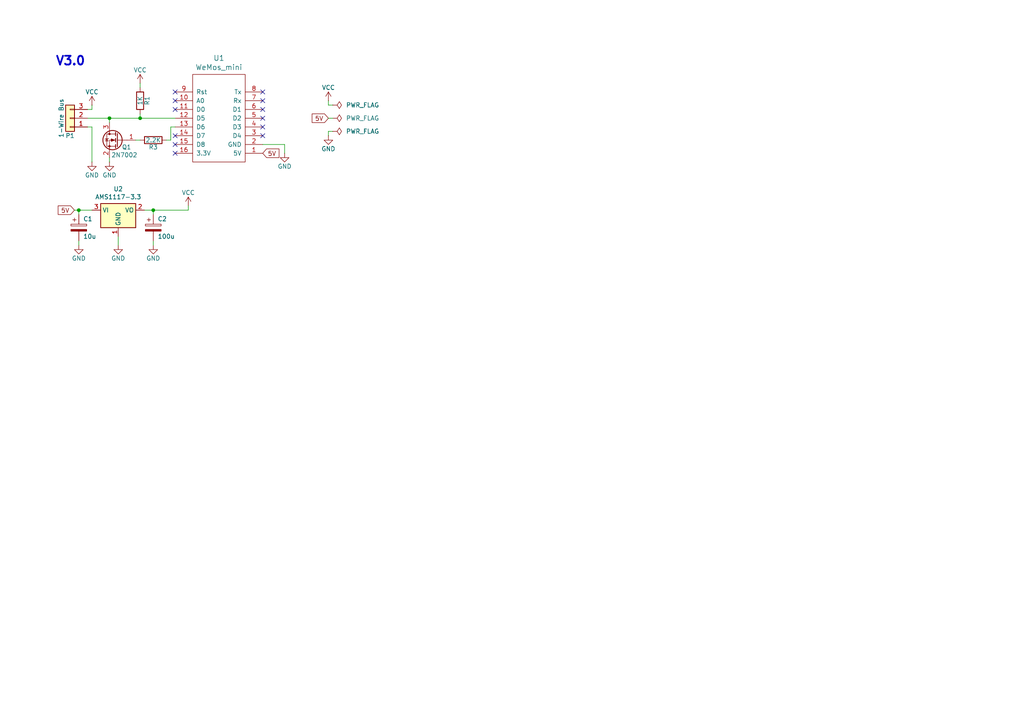
<source format=kicad_sch>
(kicad_sch (version 20231120) (generator "eeschema") (generator_version "8.0")
  (paper "A4")
  (lib_symbols
    (symbol "Connector_Generic:Conn_01x03" (pin_names (offset 1.016) hide)
      (property "Reference" "J" (at 0 5.08 0))
      (property "Value" "Conn_01x03" (at 0 -5.08 0))
      (symbol "Conn_01x03_1_1"
        (rectangle (start -1.27 -2.413) (end 0 -2.667) (stroke (width 0.1524)))
        (rectangle (start -1.27 0.127) (end 0 -0.127) (stroke (width 0.1524)))
        (rectangle (start -1.27 2.667) (end 0 2.413) (stroke (width 0.1524)))
        (rectangle (start -1.27 3.81) (end 1.27 -3.81) (stroke (width 0.254)) (fill (type background)))
        (pin passive line (at -5.08 2.54 0) (length 3.81) (name "Pin_1") (number "1"))
        (pin passive line (at -5.08 0 0) (length 3.81) (name "Pin_2") (number "2"))
        (pin passive line (at -5.08 -2.54 0) (length 3.81) (name "Pin_3") (number "3"))
      )
    )
    (symbol "Device:C_Polarized" (pin_numbers hide) (pin_names (offset 0.254))
      (property "Reference" "C" (at 0.635 2.54 0))
      (property "Value" "C_Polarized" (at 0.635 -2.54 0))
      (symbol "C_Polarized_0_1"
        (rectangle (start -2.286 0.508) (end 2.286 1.016))
        (polyline (pts (xy -1.778 2.286) (xy -0.762 2.286)))
        (polyline (pts (xy -1.27 2.794) (xy -1.27 1.778)))
        (rectangle (start 2.286 -0.508) (end -2.286 -1.016) (fill (type outline)))
      )
      (symbol "C_Polarized_1_1"
        (pin passive line (at 0 3.81 270) (length 2.794) (name "~") (number "1"))
        (pin passive line (at 0 -3.81 90) (length 2.794) (name "~") (number "2"))
      )
    )
    (symbol "Device:R" (pin_numbers hide) (pin_names (offset 0))
      (property "Reference" "R" (at 2.032 0 90))
      (property "Value" "R" (at 0 0 90))
      (symbol "R_0_1"
        (rectangle (start -1.016 -2.54) (end 1.016 2.54) (stroke (width 0.254)))
      )
      (symbol "R_1_1"
        (pin passive line (at 0 3.81 270) (length 1.27) (name "~") (number "1"))
        (pin passive line (at 0 -3.81 90) (length 1.27) (name "~") (number "2"))
      )
    )
    (symbol "Regulator_Linear:AMS1117-3.3"
      (property "Reference" "U" (at -3.81 3.175 0))
      (property "Value" "AMS1117-3.3" (at 0 3.175 0))
      (symbol "AMS1117-3.3_0_1"
        (rectangle (start -5.08 -5.08) (end 5.08 1.905) (stroke (width 0.254)) (fill (type background)))
      )
      (symbol "AMS1117-3.3_1_1"
        (pin power_in line (at 0 -7.62 90) (length 2.54) (name "GND") (number "1"))
        (pin power_out line (at 7.62 0 180) (length 2.54) (name "VO") (number "2"))
        (pin power_in line (at -7.62 0 0) (length 2.54) (name "VI") (number "3"))
      )
    )
    (symbol "Transistor_FET:2N7002" (pin_names hide)
      (property "Reference" "Q" (at 5.08 1.905 0))
      (property "Value" "2N7002" (at 5.08 0 0))
      (symbol "2N7002_0_1"
        (polyline (pts (xy 0.254 0) (xy -2.54 0)))
        (polyline (pts (xy 0.254 1.905) (xy 0.254 -1.905)) (stroke (width 0.254)))
        (polyline (pts (xy 0.762 -1.27) (xy 0.762 -2.286)) (stroke (width 0.254)))
        (polyline (pts (xy 0.762 0.508) (xy 0.762 -0.508)) (stroke (width 0.254)))
        (polyline (pts (xy 0.762 2.286) (xy 0.762 1.27)) (stroke (width 0.254)))
        (polyline (pts (xy 2.54 2.54) (xy 2.54 1.778)))
        (polyline (pts (xy 2.54 -2.54) (xy 2.54 0) (xy 0.762 0)))
        (polyline (pts (xy 0.762 -1.778) (xy 3.302 -1.778) (xy 3.302 1.778) (xy 0.762 1.778)))
        (polyline (pts (xy 1.016 0) (xy 2.032 0.381) (xy 2.032 -0.381) (xy 1.016 0)) (fill (type outline)))
        (polyline (pts (xy 2.794 0.508) (xy 2.921 0.381) (xy 3.683 0.381) (xy 3.81 0.254)))
        (polyline (pts (xy 3.302 0.381) (xy 2.921 -0.254) (xy 3.683 -0.254) (xy 3.302 0.381)))
        (circle (center 1.651 0) (radius 2.794) (stroke (width 0.254)))
        (circle (center 2.54 -1.778) (radius 0.254) (fill (type outline)))
        (circle (center 2.54 1.778) (radius 0.254) (fill (type outline)))
      )
      (symbol "2N7002_1_1"
        (pin input line (at -5.08 0 0) (length 2.54) (name "G") (number "1"))
        (pin passive line (at 2.54 -5.08 90) (length 2.54) (name "S") (number "2"))
        (pin passive line (at 2.54 5.08 270) (length 2.54) (name "D") (number "3"))
      )
    )
    (symbol "power:GND" (power) (pin_numbers hide) (pin_names (offset 0) hide)
      (property "Value" "GND" (at 0 -3.81 0))
      (symbol "GND_0_1"
        (polyline (pts (xy 0 0) (xy 0 -1.27) (xy 1.27 -1.27) (xy 0 -2.54) (xy -1.27 -1.27) (xy 0 -1.27)))
      )
      (symbol "GND_1_1"
        (pin power_in line (at 0 0 270) (length 0) (name "~") (number "1"))
      )
    )
    (symbol "power:PWR_FLAG" (power) (pin_numbers hide) (pin_names (offset 0) hide)
      (property "Value" "PWR_FLAG" (at 0 3.81 0))
      (symbol "PWR_FLAG_0_0"
        (pin power_out line (at 0 0 90) (length 0) (name "~") (number "1"))
      )
      (symbol "PWR_FLAG_0_1"
        (polyline (pts (xy 0 0) (xy 0 1.27) (xy -1.016 1.905) (xy 0 2.54) (xy 1.016 1.905) (xy 0 1.27)))
      )
    )
    (symbol "power:VCC" (power) (pin_numbers hide) (pin_names (offset 0) hide)
      (property "Value" "VCC" (at 0 3.556 0))
      (symbol "VCC_0_1"
        (polyline (pts (xy -0.762 1.27) (xy 0 2.54)))
        (polyline (pts (xy 0 0) (xy 0 2.54)))
        (polyline (pts (xy 0 2.54) (xy 0.762 1.27)))
      )
      (symbol "VCC_1_1"
        (pin power_in line (at 0 0 90) (length 0) (name "~") (number "1"))
      )
    )
    (symbol "wemos_mini:WeMos_mini" (pin_names (offset 1.016))
      (property "Reference" "U" (at 0 12.7 0))
      (property "Value" "WeMos_mini" (at 0 -12.7 0))
      (property "Datasheet" "http://www.wemos.cc/Products/d1_mini.html" (at 13.97 -17.78 0))
      (symbol "WeMos_mini_0_1"
        (rectangle (start -7.62 11.43) (end 7.62 -13.97))
      )
      (symbol "WeMos_mini_1_1"
        (pin power_in line (at -12.7 8.89 0) (length 5.08) (name "5V") (number "1"))
        (pin bidirectional line (at 12.7 -6.35 180) (length 5.08) (name "A0") (number "10"))
        (pin bidirectional line (at 12.7 -3.81 180) (length 5.08) (name "D0") (number "11"))
        (pin bidirectional line (at 12.7 -1.27 180) (length 5.08) (name "D5") (number "12"))
        (pin bidirectional line (at 12.7 1.27 180) (length 5.08) (name "D6") (number "13"))
        (pin bidirectional line (at 12.7 3.81 180) (length 5.08) (name "D7") (number "14"))
        (pin bidirectional line (at 12.7 6.35 180) (length 5.08) (name "D8") (number "15"))
        (pin power_out line (at 12.7 8.89 180) (length 5.08) (name "3.3V") (number "16"))
        (pin power_in line (at -12.7 6.35 0) (length 5.08) (name "GND") (number "2"))
        (pin bidirectional line (at -12.7 3.81 0) (length 5.08) (name "D4") (number "3"))
        (pin bidirectional line (at -12.7 1.27 0) (length 5.08) (name "D3") (number "4"))
        (pin bidirectional line (at -12.7 -1.27 0) (length 5.08) (name "D2") (number "5"))
        (pin bidirectional line (at -12.7 -3.81 0) (length 5.08) (name "D1") (number "6"))
        (pin bidirectional line (at -12.7 -6.35 0) (length 5.08) (name "Rx") (number "7"))
        (pin bidirectional line (at -12.7 -8.89 0) (length 5.08) (name "Tx") (number "8"))
        (pin bidirectional line (at 12.7 -8.89 180) (length 5.08) (name "Rst") (number "9"))
      )
    )
  )
  (junction (at 22.86 60.96))
  (junction (at 40.64 34.29))
  (junction (at 44.45 60.96))
  (junction (at 31.75 34.29))
  (no_connect (at 76.2 31.75))
  (no_connect (at 50.8 44.45))
  (no_connect (at 50.8 29.21))
  (no_connect (at 50.8 26.67))
  (no_connect (at 76.2 29.21))
  (no_connect (at 76.2 36.83))
  (no_connect (at 50.8 31.75))
  (no_connect (at 76.2 39.37))
  (no_connect (at 76.2 26.67))
  (no_connect (at 76.2 34.29))
  (no_connect (at 50.8 39.37))
  (no_connect (at 50.8 41.91))
  (wire (pts (xy 22.86 60.96) (xy 26.67 60.96)))
  (wire (pts (xy 31.75 34.29) (xy 40.64 34.29)))
  (wire (pts (xy 95.25 30.48) (xy 96.52 30.48)))
  (wire (pts (xy 44.45 60.96) (xy 54.61 60.96)))
  (wire (pts (xy 25.4 31.75) (xy 26.67 31.75)))
  (wire (pts (xy 21.59 60.96) (xy 22.86 60.96)))
  (wire (pts (xy 26.67 31.75) (xy 26.67 30.48)))
  (wire (pts (xy 40.64 34.29) (xy 50.8 34.29)))
  (wire (pts (xy 22.86 60.96) (xy 22.86 62.23)))
  (wire (pts (xy 40.64 34.29) (xy 40.64 33.02)))
  (wire (pts (xy 95.25 34.29) (xy 96.52 34.29)))
  (wire (pts (xy 96.52 38.1) (xy 95.25 38.1)))
  (wire (pts (xy 25.4 36.83) (xy 26.67 36.83)))
  (wire (pts (xy 39.37 40.64) (xy 40.64 40.64)))
  (wire (pts (xy 82.55 41.91) (xy 82.55 44.45)))
  (wire (pts (xy 25.4 34.29) (xy 31.75 34.29)))
  (wire (pts (xy 22.86 69.85) (xy 22.86 71.12)))
  (wire (pts (xy 95.25 38.1) (xy 95.25 39.37)))
  (wire (pts (xy 40.64 25.4) (xy 40.64 24.13)))
  (wire (pts (xy 49.53 36.83) (xy 50.8 36.83)))
  (wire (pts (xy 34.29 68.58) (xy 34.29 71.12)))
  (wire (pts (xy 76.2 41.91) (xy 82.55 41.91)))
  (wire (pts (xy 44.45 69.85) (xy 44.45 71.12)))
  (wire (pts (xy 31.75 35.56) (xy 31.75 34.29)))
  (wire (pts (xy 49.53 40.64) (xy 49.53 36.83)))
  (wire (pts (xy 95.25 29.21) (xy 95.25 30.48)))
  (wire (pts (xy 41.91 60.96) (xy 44.45 60.96)))
  (wire (pts (xy 44.45 60.96) (xy 44.45 62.23)))
  (wire (pts (xy 31.75 45.72) (xy 31.75 46.99)))
  (wire (pts (xy 48.26 40.64) (xy 49.53 40.64)))
  (wire (pts (xy 54.61 60.96) (xy 54.61 59.69)))
  (wire (pts (xy 26.67 36.83) (xy 26.67 46.99)))
  (text "V3.0" (at 16.002 19.304 0) (effects (font (size 2.54 2.54) (thickness 0.508) (bold yes)) (justify left bottom)))
  (global_label "5V" (shape input) (at 21.59 60.96 180) (property "Intersheetrefs" "${INTERSHEET_REFS}" (effects (hide yes))))
  (global_label "5V" (shape input) (at 95.25 34.29 180) (property "Intersheetrefs" "${INTERSHEET_REFS}" (effects (hide yes))))
  (global_label "5V" (shape input) (at 76.2 44.45 0) (property "Intersheetrefs" "${INTERSHEET_REFS}" (effects (hide yes))))
  (symbol (lib_id "Connector_Generic:Conn_01x03") (at 20.32 34.29 180) (unit 1) (in_bom no)
    (property "Reference" "P1" (at 20.32 39.37 0))
    (property "Value" "1-Wire Bus" (at 17.78 34.29 90))
    (property "Footprint" "TerminalBlock:TerminalBlock_bornier-3_P5.08mm" (effects (hide yes)))
  )
  (symbol (lib_id "power:VCC") (at 26.67 30.48 0) (unit 1)
    (property "Reference" "#PWR06" (effects (hide yes)))
    (property "Value" "VCC" (at 26.67 26.67 0))
  )
  (symbol (lib_id "power:VCC") (at 40.64 24.13 0) (unit 1)
    (property "Reference" "#PWR07" (effects (hide yes)))
    (property "Value" "VCC" (at 40.64 20.32 0))
  )
  (symbol (lib_id "Device:R") (at 40.64 29.21 0) (unit 1)
    (property "Reference" "R1" (at 42.672 29.21 90))
    (property "Value" "1K" (at 40.64 29.21 90))
    (property "Footprint" "Resistor_SMD:R_0805_2012Metric_Pad1.20x1.40mm_HandSolder" (effects (hide yes)))
    (property "LCSC" "C17513" (effects (hide yes)))
  )
  (symbol (lib_id "power:GND") (at 31.75 46.99 0) (unit 1)
    (property "Reference" "#PWR011" (effects (hide yes)))
    (property "Value" "GND" (at 31.75 50.8 0))
  )
  (symbol (lib_id "Device:R") (at 44.45 40.64 270) (unit 1)
    (property "Reference" "R3" (at 44.45 42.672 90))
    (property "Value" "2.2K" (at 44.45 40.64 90))
    (property "Footprint" "Resistor_SMD:R_0805_2012Metric_Pad1.20x1.40mm_HandSolder" (effects (hide yes)))
    (property "LCSC" "C17520" (effects (hide yes)))
  )
  (symbol (lib_id "wemos_mini:WeMos_mini") (at 63.5 35.56 180) (unit 1) (in_bom no)
    (property "Reference" "U1" (at 63.5 16.8402 0) (effects (font (size 1.524 1.524))))
    (property "Value" "WeMos_mini" (at 63.5 19.5326 0) (effects (font (size 1.524 1.524))))
    (property "Footprint" "wemos_d1_mini:wemos-d1-mini-DIL-only" (effects (hide yes)))
  )
  (symbol (lib_id "power:GND") (at 82.55 44.45 0) (unit 1)
    (property "Reference" "#PWR0102" (effects (hide yes)))
    (property "Value" "GND" (at 82.55 48.26 0))
  )
  (symbol (lib_id "Device:C_Polarized") (at 22.86 66.04 0) (unit 1)
    (property "Reference" "C1" (at 24.13 63.5 0) (effects (justify left)))
    (property "Value" "10u" (at 24.13 68.58 0) (effects (justify left)))
    (property "Footprint" "Capacitor_Tantalum_SMD:CP_EIA-3216-18_Kemet-A_Pad1.58x1.35mm_HandSolder" (effects (hide yes)))
    (property "Description" "Polarized capacitor" (effects (hide yes)))
    (property "LCSC" "C119052" (effects (hide yes)))
  )
  (symbol (lib_id "Device:C_Polarized") (at 44.45 66.04 0) (unit 1)
    (property "Reference" "C2" (at 45.72 63.5 0) (effects (justify left)))
    (property "Value" "100u" (at 45.72 68.58 0) (effects (justify left)))
    (property "Footprint" "Capacitor_Tantalum_SMD:CP_EIA-3528-21_Kemet-B_Pad1.50x2.35mm_HandSolder" (effects (hide yes)))
    (property "Description" "Polarized capacitor" (effects (hide yes)))
    (property "LCSC" "C129289" (effects (hide yes)))
  )
  (symbol (lib_id "Regulator_Linear:AMS1117-3.3") (at 34.29 60.96 0) (unit 1)
    (property "Reference" "U2" (at 34.29 54.8132 0))
    (property "Value" "AMS1117-3.3" (at 34.29 57.1246 0))
    (property "Footprint" "Package_TO_SOT_SMD:SOT-223-3_TabPin2" (effects (hide yes)))
    (property "Datasheet" "http://www.advanced-monolithic.com/pdf/ds1117.pdf" (effects (hide yes)))
    (property "LCSC" "C6186" (effects (hide yes)))
  )
  (symbol (lib_id "power:GND") (at 22.86 71.12 0) (unit 1)
    (property "Reference" "#PWR03" (effects (hide yes)))
    (property "Value" "GND" (at 22.86 74.93 0))
  )
  (symbol (lib_id "power:GND") (at 44.45 71.12 0) (unit 1)
    (property "Reference" "#PWR05" (effects (hide yes)))
    (property "Value" "GND" (at 44.45 74.93 0))
  )
  (symbol (lib_id "power:GND") (at 34.29 71.12 0) (unit 1)
    (property "Reference" "#PWR04" (effects (hide yes)))
    (property "Value" "GND" (at 34.29 74.93 0))
  )
  (symbol (lib_id "power:GND") (at 26.67 46.99 0) (unit 1)
    (property "Reference" "#PWR01" (effects (hide yes)))
    (property "Value" "GND" (at 26.67 50.8 0))
  )
  (symbol (lib_id "power:VCC") (at 54.61 59.69 0) (unit 1)
    (property "Reference" "#PWR02" (effects (hide yes)))
    (property "Value" "VCC" (at 54.61 55.88 0))
  )
  (symbol (lib_id "power:PWR_FLAG") (at 96.52 34.29 270) (unit 1)
    (property "Reference" "#FLG01" (effects (hide yes)))
    (property "Value" "PWR_FLAG" (at 100.33 34.2899 90) (effects (justify left)))
    (property "Description" "Special symbol for telling ERC where power comes from" (effects (hide yes)))
  )
  (symbol (lib_id "power:PWR_FLAG") (at 96.52 38.1 270) (unit 1)
    (property "Reference" "#FLG03" (effects (hide yes)))
    (property "Value" "PWR_FLAG" (at 100.33 38.0999 90) (effects (justify left)))
    (property "Description" "Special symbol for telling ERC where power comes from" (effects (hide yes)))
  )
  (symbol (lib_id "power:VCC") (at 95.25 29.21 0) (unit 1)
    (property "Reference" "#PWR09" (effects (hide yes)))
    (property "Value" "VCC" (at 95.25 25.4 0))
  )
  (symbol (lib_id "power:PWR_FLAG") (at 96.52 30.48 270) (unit 1)
    (property "Reference" "#FLG02" (effects (hide yes)))
    (property "Value" "PWR_FLAG" (at 100.33 30.4799 90) (effects (justify left)))
    (property "Description" "Special symbol for telling ERC where power comes from" (effects (hide yes)))
  )
  (symbol (lib_id "Transistor_FET:2N7002") (at 34.29 40.64 0) (mirror y) (unit 1)
    (property "Reference" "Q1" (at 38.1 42.672 0) (effects (justify left)))
    (property "Value" "2N7002" (at 39.878 44.958 0) (effects (justify left)))
    (property "Footprint" "Package_TO_SOT_SMD:SOT-23_Handsoldering" (effects (hide yes)))
    (property "Datasheet" "https://www.onsemi.com/pub/Collateral/NDS7002A-D.PDF" (effects (hide yes)))
    (property "Description" "0.115A Id, 60V Vds, N-Channel MOSFET, SOT-23" (effects (hide yes)))
    (property "LCSC" "C8545" (effects (hide yes)))
  )
  (symbol (lib_id "power:GND") (at 95.25 39.37 0) (unit 1)
    (property "Reference" "#PWR08" (effects (hide yes)))
    (property "Value" "GND" (at 95.25 43.18 0))
  )
)
</source>
